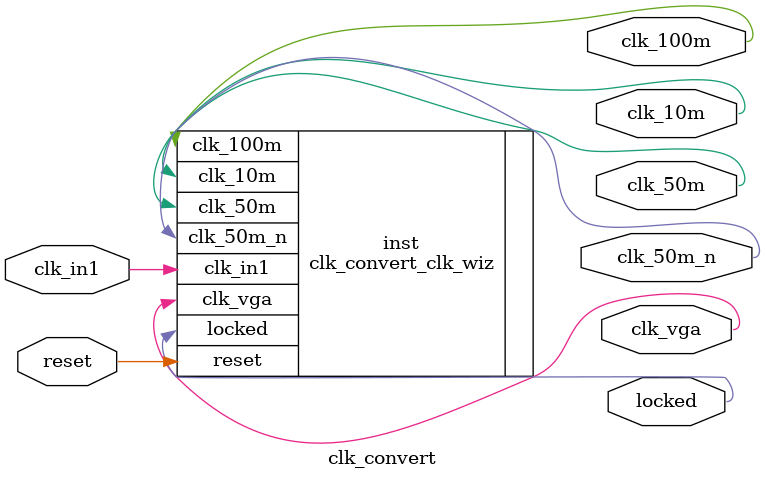
<source format=v>


`timescale 1ps/1ps

(* CORE_GENERATION_INFO = "clk_convert,clk_wiz_v6_0_2_0_0,{component_name=clk_convert,use_phase_alignment=true,use_min_o_jitter=false,use_max_i_jitter=false,use_dyn_phase_shift=false,use_inclk_switchover=false,use_dyn_reconfig=false,enable_axi=0,feedback_source=FDBK_AUTO,PRIMITIVE=MMCM,num_out_clk=5,clkin1_period=5.000,clkin2_period=10.0,use_power_down=false,use_reset=true,use_locked=true,use_inclk_stopped=false,feedback_type=SINGLE,CLOCK_MGR_TYPE=NA,manual_override=false}" *)

module clk_convert 
 (
  // Clock out ports
  output        clk_vga,
  output        clk_50m,
  output        clk_50m_n,
  output        clk_10m,
  output        clk_100m,
  // Status and control signals
  input         reset,
  output        locked,
 // Clock in ports
  input         clk_in1
 );

  clk_convert_clk_wiz inst
  (
  // Clock out ports  
  .clk_vga(clk_vga),
  .clk_50m(clk_50m),
  .clk_50m_n(clk_50m_n),
  .clk_10m(clk_10m),
  .clk_100m(clk_100m),
  // Status and control signals               
  .reset(reset), 
  .locked(locked),
 // Clock in ports
  .clk_in1(clk_in1)
  );

endmodule

</source>
